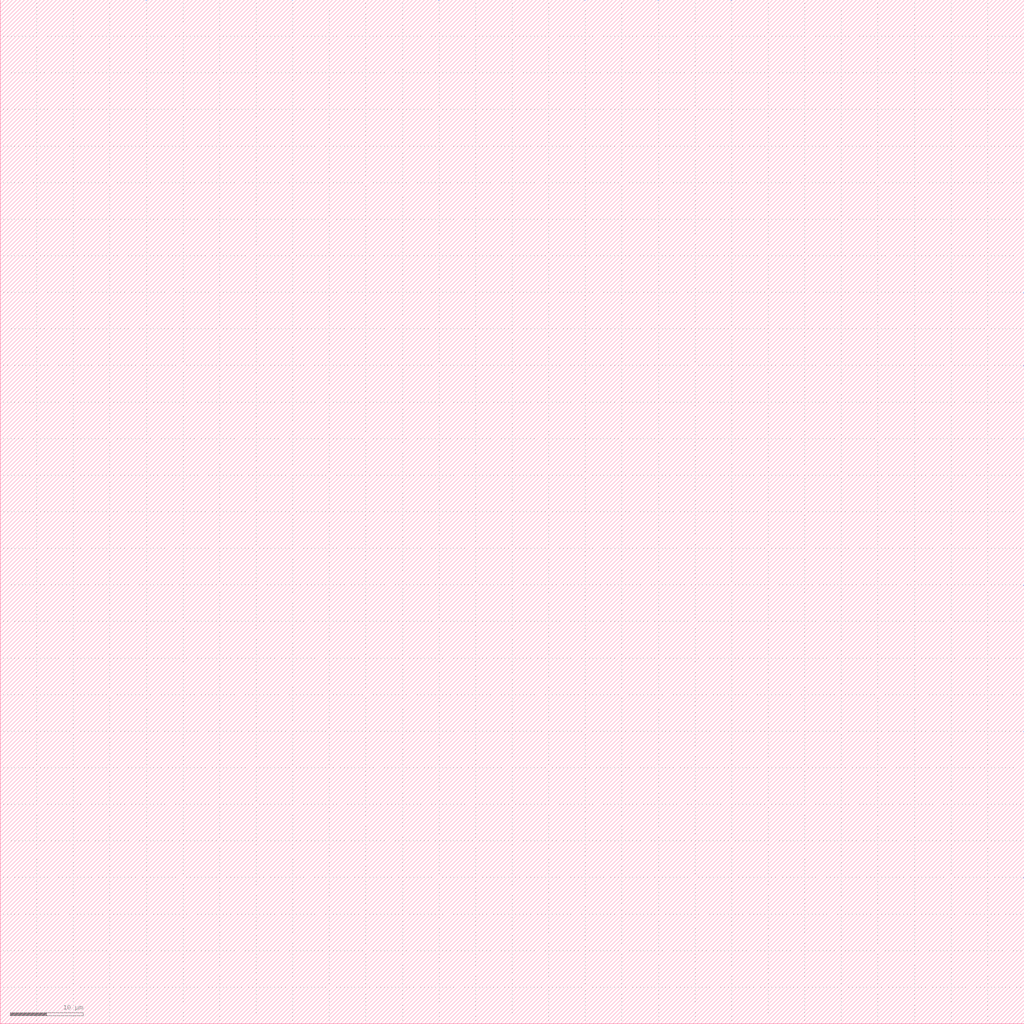
<source format=lef>
VERSION 5.8 ;

#NAMESCASESENSITIVE ON ;
USEMINSPACING OBS OFF ;
#BUSBITCHARS "[]" ;

# UNITS
# YBASE MICRON 1000 ;
# END UNITS

SITE IOSITE
  SYMMETRY Y ;
  CLASS PAD ;
  SIZE    1.000 BY 140.000 ;
END IOSITE

MACRO PAD
  CLASS PAD AREAIO ;
  ORIGIN 0 0 ;
  SIZE 45 BY 84 ;
  SYMMETRY X Y R90 ;
  PIN PAD
    DIRECTION INOUT ;
    PORT
      LAYER metal9 ;
        RECT 0 0 45 84 ;
    END
  END PAD
END PAD

MACRO DUMMY_BUMP
  CLASS PAD AREAIO ;
  ORIGIN 0 0 ;
  SIZE 45 BY 45 ;
  SYMMETRY X Y R90 ;
  PIN PAD
    DIRECTION INOUT ;
    PORT
      LAYER metal9 ;
        RECT 0.0 0.0 45.0 45.0 ;
    END
  END PAD
END DUMMY_BUMP

MACRO DUMMY_BUMP_large
  CLASS PAD AREAIO ;
  ORIGIN 35.5 35.5 ;
  SIZE 71 BY 71 ;
  SYMMETRY X Y R90 ;
  PIN PAD
    DIRECTION INOUT ;
    PORT
      LAYER metal9 ;
        RECT -35.5 -35.5 35.5 35.5 ;
    END
  END PAD
END DUMMY_BUMP_large

MACRO PADCELL_SIG_V
  CLASS PAD AREAIO ;
  ORIGIN 0 0 ;
  FOREIGN PADCELL_SIG_V 0 0 ;
  SIZE 25.0 BY 140 ;
  SYMMETRY X Y R90 ;
  SITE IOSITE ;
  PIN PAD 
    USE SIGNAL ;
    DIRECTION INOUT ;
    PORT
      CLASS CORE ;
      LAYER metal4 ;
        RECT 1.170 139.900 1.330 140.000 ;
    END
    PORT
      CLASS BUMP ;
      LAYER metal9 ;
        RECT 10.0 50.0 20.0 55.0 ;
    END
  END PAD
  PIN A
    USE SIGNAL ;
    DIRECTION INPUT ;
    PORT
      CLASS CORE ;
      LAYER metal4 ;
        RECT 13.170 139.900 13.330 140.000 ;
      LAYER metal5 ; 
        RECT 13.170 139.900 13.330 140.000 ;
      LAYER metal6 ; 
        RECT 13.170 139.900 13.330 140.000 ;
      LAYER metal7 ; 
        RECT 13.170 139.900 13.330 140.000 ;
      LAYER metal8 ;
        RECT 13.170 139.900 13.330 140.000 ;
      LAYER metal9 ;
        RECT 13.170 139.900 13.330 140.000 ;
    END
  END A
  PIN Y
    USE SIGNAL ;
    DIRECTION OUTPUT ;
    PORT
      CLASS CORE ;
      LAYER metal4 ;
        RECT 28.936 139.900 29.096 140.000 ;
      LAYER metal5 ;
        RECT 28.936 139.900 29.096 140.000 ;
      LAYER metal6 ;
        RECT 28.936 139.900 29.096 140.000 ;
      LAYER metal7 ;
        RECT 28.936 139.900 29.096 140.000 ;
      LAYER metal8 ;
        RECT 28.936 139.900 29.096 140.000 ;
      LAYER metal9 ;
        RECT 28.936 139.900 29.096 140.000 ;
    END
  END Y
  PIN PU
    USE SIGNAL ;
    DIRECTION OUTPUT ;
    PORT
      CLASS CORE ;
      LAYER metal4 ;
        RECT 15.170 139.900 15.330 140.000 ;
      LAYER metal5 ;
        RECT 15.170 139.900 15.330 140.000 ;
      LAYER metal6 ;
        RECT 15.170 139.900 15.330 140.000 ;
      LAYER metal7 ;
        RECT 15.170 139.900 15.330 140.000 ;
      LAYER metal8 ;
        RECT 15.170 139.900 15.330 140.000 ;
      LAYER metal9 ;
        RECT 15.170 139.900 15.330 140.000 ;
    END
  END PU
  PIN OE
    USE SIGNAL ;
    DIRECTION OUTPUT ;
    PORT
      CLASS CORE ;
      LAYER metal4 ;
        RECT 15.170 139.900 15.330 140.000 ;
      LAYER metal5 ;
        RECT 15.170 139.900 15.330 140.000 ;
      LAYER metal6 ;
        RECT 15.170 139.900 15.330 140.000 ;
      LAYER metal7 ;
        RECT 15.170 139.900 15.330 140.000 ;
      LAYER metal8 ;
        RECT 15.170 139.900 15.330 140.000 ;
      LAYER metal9 ;
        RECT 15.170 139.900 15.330 140.000 ;
    END
  END OE
  PIN RETN
    USE SIGNAL ;
    DIRECTION INPUT ;
    SHAPE ABUTMENT ;
    PORT 
      LAYER metal4 ;
        RECT  0.000  99.900  0.100 100.00 ;
      LAYER metal4 ;
        RECT 24.900  99.900 25.000 100.00 ;
    END
  END RETN
  PIN SNS
    USE SIGNAL ;
    DIRECTION INPUT ;
    SHAPE ABUTMENT ;
    PORT 
      LAYER metal4 ;
        RECT  0.000  89.900  0.100 90.00 ;
      LAYER metal4 ;
        RECT 24.900  89.900 25.000 90.00 ;
    END
  END SNS
  PIN VDD
    USE POWER ;
    PORT
      CLASS CORE ;
      LAYER metal4 ;
      RECT 0.000 20.0 0.100 21.0 ;
      LAYER metal4 ;
      RECT 24.90 20.0 25.00 21.0 ;
    END
  END VDD
  PIN VSS
    USE GROUND ;
    PORT
      CLASS CORE ;
      LAYER metal4 ;
      RECT 0.000 40.0 0.100 41.0 ;
      LAYER metal4 ;
      RECT 24.90 40.0 25.00 41.0 ;
    END
  END VSS
  PIN DVDD
    USE POWER ;
    PORT
      CLASS CORE ;
      LAYER metal4 ;
      RECT 0.000 60.0 0.100 61.0 ;
      LAYER metal4 ;
      RECT 24.90 60.0 25.00 61.0 ;
    END
  END DVDD
  PIN DVSS
    USE GROUND ;
    PORT
      CLASS CORE ;
      LAYER metal4 ;
      RECT 0.000 80.0 0.100 81.0 ;
      LAYER metal4 ;
      RECT 24.90 80.0 25.00 81.0 ;
    END
  END DVSS
END PADCELL_SIG_V

MACRO PADCELL_SIG_H
  CLASS PAD AREAIO ;
  ORIGIN 0 0 ;
  SIZE 25.0 BY 140 ;
  SYMMETRY X Y R90 ;
  PIN PAD 
    DIRECTION INOUT ;
    PORT
      LAYER metal9 ;
        RECT 10.0 50.0 20.0 55.0 ;
    END
  END PAD
  PIN A
    USE SIGNAL ;
    DIRECTION INPUT ;
    PORT
      CLASS CORE ;
      LAYER metal4 ;
        RECT 13.170 104.900 13.330 105.000 ;
      LAYER metal5 ; 
        RECT 13.170 104.900 13.330 105.000 ;
      LAYER metal6 ; 
        RECT 13.170 104.900 13.330 105.000 ;
      LAYER metal7 ; 
        RECT 13.170 104.900 13.330 105.000 ;
      LAYER metal8 ;
        RECT 13.170 104.900 13.330 105.000 ;
      LAYER metal9 ;
        RECT 13.170 104.900 13.330 105.000 ;
    END
  END A
  PIN Y
    USE SIGNAL ;
    DIRECTION OUTPUT ;
    PORT
      CLASS CORE ;
      LAYER metal4 ;
        RECT 28.936 104.900 29.096 105.000 ;
      LAYER metal5 ; 
        RECT 28.936 104.900 29.096 105.000 ;
      LAYER metal6 ; 
        RECT 28.936 104.900 29.096 105.000 ;
      LAYER metal7 ; 
        RECT 28.936 104.900 29.096 105.000 ;
      LAYER metal8 ; 
        RECT 28.936 104.900 29.096 105.000 ;
      LAYER metal9 ; 
        RECT 28.936 104.900 29.096 105.000 ;
    END
  END Y
  PIN PU
    USE SIGNAL ;
    DIRECTION OUTPUT ;
    PORT
      CLASS CORE ;
      LAYER metal4 ;
        RECT 15.170 139.900 15.330 140.000 ;
      LAYER metal5 ;
        RECT 15.170 139.900 15.330 140.000 ;
      LAYER metal6 ;
        RECT 15.170 139.900 15.330 140.000 ;
      LAYER metal7 ;
        RECT 15.170 139.900 15.330 140.000 ;
      LAYER metal8 ;
        RECT 15.170 139.900 15.330 140.000 ;
      LAYER metal9 ;
        RECT 15.170 139.900 15.330 140.000 ;
    END
  END PU
  PIN OE
    USE SIGNAL ;
    DIRECTION OUTPUT ;
    PORT
      CLASS CORE ;
      LAYER metal4 ;
        RECT 15.170 139.900 15.330 140.000 ;
      LAYER metal5 ;
        RECT 15.170 139.900 15.330 140.000 ;
      LAYER metal6 ;
        RECT 15.170 139.900 15.330 140.000 ;
      LAYER metal7 ;
        RECT 15.170 139.900 15.330 140.000 ;
      LAYER metal8 ;
        RECT 15.170 139.900 15.330 140.000 ;
      LAYER metal9 ;
        RECT 15.170 139.900 15.330 140.000 ;
    END
  END OE
  PIN RETN
    USE SIGNAL ;
    DIRECTION INPUT ;
    SHAPE ABUTMENT ;
    PORT 
      LAYER metal4 ;
        RECT  0.000  99.900  0.100 100.00 ;
      LAYER metal4 ;
        RECT 24.900  99.900 25.000 100.00 ;
    END
  END RETN
  PIN SNS
    USE SIGNAL ;
    DIRECTION INPUT ;
    SHAPE ABUTMENT ;
    PORT 
      LAYER metal4 ;
        RECT  0.000  89.900  0.100 90.00 ;
      LAYER metal4 ;
        RECT 24.900  89.900 25.000 90.00 ;
    END
  END SNS
  PIN VDD
    USE POWER ;
    PORT
      CLASS CORE ;
      LAYER metal4 ;
      RECT 0.000 20.0 0.100 21.0 ;
      LAYER metal4 ;
      RECT 24.90 20.0 25.00 21.0 ;
    END
  END VDD
  PIN VSS
    USE GROUND ;
    PORT
      CLASS CORE ;
      LAYER metal4 ;
      RECT 0.000 40.0 0.100 41.0 ;
      LAYER metal4 ;
      RECT 24.90 40.0 25.00 41.0 ;
    END
  END VSS
  PIN DVDD
    USE POWER ;
    PORT
      CLASS CORE ;
      LAYER metal4 ;
      RECT 0.000 60.0 0.100 61.0 ;
      LAYER metal4 ;
      RECT 24.90 60.0 25.00 61.0 ;
    END
  END DVDD
  PIN DVSS
    USE GROUND ;
    PORT
      CLASS CORE ;
      LAYER metal4 ;
      RECT 0.000 80.0 0.100 81.0 ;
      LAYER metal4 ;
      RECT 24.90 80.0 25.00 81.0 ;
    END
  END DVSS
END PADCELL_SIG_H

MACRO PADCELL_VDD_V
  CLASS PAD AREAIO ;
  ORIGIN 0 0 ;
  SIZE 25.0 BY 140 ;
  SYMMETRY X Y R90 ;
  PIN VDD
    DIRECTION INOUT ;
    USE POWER ;
    SHAPE ABUTMENT ;
    PORT
      CLASS BUMP ;
      LAYER metal9 ;
        RECT 10.0 50.0 20.0 55.0 ;
    END
    PORT
      CLASS CORE ;
      LAYER metal4 ;
      RECT 23.155 104.900 23.945 105.000 ;
      LAYER metal4 ;
      RECT 20.995 104.900 21.785 105.000 ;
      LAYER metal4 ;
      RECT 18.835 104.900 19.625 105.000 ;
      LAYER metal4 ;
      RECT 16.565 104.900 17.355 105.000 ;
      LAYER metal4 ;
      RECT 14.295 104.900 15.085 105.000 ;
      LAYER metal4 ;
      RECT 12.135 104.900 12.925 105.000 ;
      LAYER metal4 ;
      RECT 9.975 104.900 10.765 105.000 ;
      LAYER metal4 ;
      RECT 7.815 104.900 8.605 105.000 ;
      LAYER metal4 ;
      RECT 5.655 104.900 6.445 105.000 ;
      LAYER metal4 ;
      RECT 3.495 104.900 4.285 105.000 ;
      LAYER metal4 ;
      RECT 1.335 104.900 2.125 105.000 ;
      LAYER metal5 ;
      RECT 23.155 104.900 23.945 105.000 ;
      LAYER metal5 ;
      RECT 20.995 104.900 21.785 105.000 ;
      LAYER metal5 ;
      RECT 18.835 104.900 19.625 105.000 ;
      LAYER metal5 ;
      RECT 16.565 104.900 17.355 105.000 ;
      LAYER metal5 ;
      RECT 14.295 104.900 15.085 105.000 ;
      LAYER metal5 ;
      RECT 12.135 104.900 12.925 105.000 ;
      LAYER metal5 ;
      RECT 9.975 104.900 10.765 105.000 ;
      LAYER metal5 ;
      RECT 7.815 104.900 8.605 105.000 ;
      LAYER metal5 ;
      RECT 5.655 104.900 6.445 105.000 ;
      LAYER metal5 ;
      RECT 3.495 104.900 4.285 105.000 ;
      LAYER metal5 ;
      RECT 1.335 104.900 2.125 105.000 ;
      LAYER metal6 ;
      RECT 23.155 104.900 23.945 105.000 ;
      LAYER metal6 ;
      RECT 20.995 104.900 21.785 105.000 ;
      LAYER metal6 ;
      RECT 18.835 104.900 19.625 105.000 ;
      LAYER metal6 ;
      RECT 16.565 104.900 17.355 105.000 ;
      LAYER metal6 ;
      RECT 14.295 104.900 15.085 105.000 ;
      LAYER metal6 ;
      RECT 12.135 104.900 12.925 105.000 ;
      LAYER metal6 ;
      RECT 9.975 104.900 10.765 105.000 ;
      LAYER metal6 ;
      RECT 7.815 104.900 8.605 105.000 ;
      LAYER metal6 ;
      RECT 5.655 104.900 6.445 105.000 ;
      LAYER metal6 ;
      RECT 3.495 104.900 4.285 105.000 ;
      LAYER metal6 ;
      RECT 1.335 104.900 2.125 105.000 ;
      LAYER metal7 ;
      RECT 23.155 104.900 23.945 105.000 ;
      LAYER metal7 ;
      RECT 20.995 104.900 21.785 105.000 ;
      LAYER metal7 ;
      RECT 18.835 104.900 19.625 105.000 ;
      LAYER metal7 ;
      RECT 16.565 104.900 17.355 105.000 ;
      LAYER metal7 ;
      RECT 14.295 104.900 15.085 105.000 ;
      LAYER metal7 ;
      RECT 12.135 104.900 12.925 105.000 ;
      LAYER metal7 ;
      RECT 9.975 104.900 10.765 105.000 ;
      LAYER metal7 ;
      RECT 7.815 104.900 8.605 105.000 ;
      LAYER metal7 ;
      RECT 5.655 104.900 6.445 105.000 ;
      LAYER metal7 ;
      RECT 3.495 104.900 4.285 105.000 ;
      LAYER metal7 ;
      RECT 1.335 104.900 2.125 105.000 ;
      LAYER metal8 ;
      RECT 23.155 104.900 23.945 105.000 ;
      LAYER metal8 ;
      RECT 20.995 104.900 21.785 105.000 ;
      LAYER metal8 ;
      RECT 18.835 104.900 19.625 105.000 ;
      LAYER metal8 ;
      RECT 16.565 104.900 17.355 105.000 ;
      LAYER metal8 ;
      RECT 14.295 104.900 15.085 105.000 ;
      LAYER metal8 ;
      RECT 12.135 104.900 12.925 105.000 ;
      LAYER metal8 ;
      RECT 9.975 104.900 10.765 105.000 ;
      LAYER metal8 ;
      RECT 7.815 104.900 8.605 105.000 ;
      LAYER metal8 ;
      RECT 5.655 104.900 6.445 105.000 ;
      LAYER metal8 ;
      RECT 3.495 104.900 4.285 105.000 ;
      LAYER metal8 ;
      RECT 1.335 104.900 2.125 105.000 ;
      LAYER metal9 ;
      RECT 23.155 104.900 23.945 105.000 ;
      LAYER metal9 ;
      RECT 20.995 104.900 21.785 105.000 ;
      LAYER metal9 ;
      RECT 18.835 104.900 19.625 105.000 ;
      LAYER metal9 ;
      RECT 16.565 104.900 17.355 105.000 ;
      LAYER metal9 ;
      RECT 14.295 104.900 15.085 105.000 ;
      LAYER metal9 ;
      RECT 12.135 104.900 12.925 105.000 ;
      LAYER metal9 ;
      RECT 9.975 104.900 10.765 105.000 ;
      LAYER metal9 ;
      RECT 7.815 104.900 8.605 105.000 ;
      LAYER metal9 ;
      RECT 5.655 104.900 6.445 105.000 ;
      LAYER metal9 ;
      RECT 3.495 104.900 4.285 105.000 ;
      LAYER metal9 ;
      RECT 1.335 104.900 2.125 105.000 ;
      LAYER metal4 ;
      RECT 0.000 20.0 0.100 21.0 ;
      LAYER metal4 ;
      RECT 24.90 20.0 25.00 21.0 ;
    END
  END VDD
  PIN VSS
    USE GROUND ;
    PORT
      CLASS CORE ;
      LAYER metal4 ;
      RECT 0.000 40.0 0.100 41.0 ;
      LAYER metal4 ;
      RECT 24.90 40.0 25.00 41.0 ;
    END
  END VSS
  PIN DVDD
    USE POWER ;
    PORT
      CLASS CORE ;
      LAYER metal4 ;
      RECT 0.000 60.0 0.100 61.0 ;
      LAYER metal4 ;
      RECT 24.90 60.0 25.00 61.0 ;
    END
  END DVDD
  PIN DVSS
    USE GROUND ;
    PORT
      CLASS CORE ;
      LAYER metal4 ;
      RECT 0.000 80.0 0.100 81.0 ;
      LAYER metal4 ;
      RECT 24.90 80.0 25.00 81.0 ;
    END
  END DVSS
  PIN RETN
    USE SIGNAL ;
    DIRECTION INPUT ;
    SHAPE ABUTMENT ;
    PORT 
      LAYER metal4 ;
        RECT  0.000  99.900  0.100 100.00 ;
      LAYER metal4 ;
        RECT 24.900  99.900 25.000 100.00 ;
    END
  END RETN
  PIN SNS
    USE SIGNAL ;
    DIRECTION INPUT ;
    SHAPE ABUTMENT ;
    PORT 
      LAYER metal4 ;
        RECT  0.000  89.900  0.100 90.00 ;
      LAYER metal4 ;
        RECT 24.900  89.900 25.000 90.00 ;
    END
  END SNS
END PADCELL_VDD_V

MACRO PADCELL_VDD_H
  CLASS PAD AREAIO ;
  ORIGIN 0 0 ;
  SIZE 25.0 BY 140 ;
  SYMMETRY X Y R90 ;
  PIN VDD
    DIRECTION INOUT ;
    USE POWER ;
    SHAPE ABUTMENT ;
    PORT
      CLASS BUMP ;
      LAYER metal9 ;
        RECT 10.0 50.0 20.0 55.0 ;
    END
    PORT
      CLASS CORE ;
      LAYER metal4 ;
      RECT 23.155 104.900 23.945 105.000 ;
      LAYER metal4 ;
      RECT 20.995 104.900 21.785 105.000 ;
      LAYER metal4 ;
      RECT 18.835 104.900 19.625 105.000 ;
      LAYER metal4 ;
      RECT 16.565 104.900 17.355 105.000 ;
      LAYER metal4 ;
      RECT 14.295 104.900 15.085 105.000 ;
      LAYER metal4 ;
      RECT 12.135 104.900 12.925 105.000 ;
      LAYER metal4 ;
      RECT 9.975 104.900 10.765 105.000 ;
      LAYER metal4 ;
      RECT 7.815 104.900 8.605 105.000 ;
      LAYER metal4 ;
      RECT 5.655 104.900 6.445 105.000 ;
      LAYER metal4 ;
      RECT 3.495 104.900 4.285 105.000 ;
      LAYER metal4 ;
      RECT 1.335 104.900 2.125 105.000 ;
      LAYER metal5 ;
      RECT 23.155 104.900 23.945 105.000 ;
      LAYER metal5 ;
      RECT 20.995 104.900 21.785 105.000 ;
      LAYER metal5 ;
      RECT 18.835 104.900 19.625 105.000 ;
      LAYER metal5 ;
      RECT 16.565 104.900 17.355 105.000 ;
      LAYER metal5 ;
      RECT 14.295 104.900 15.085 105.000 ;
      LAYER metal5 ;
      RECT 12.135 104.900 12.925 105.000 ;
      LAYER metal5 ;
      RECT 9.975 104.900 10.765 105.000 ;
      LAYER metal5 ;
      RECT 7.815 104.900 8.605 105.000 ;
      LAYER metal5 ;
      RECT 5.655 104.900 6.445 105.000 ;
      LAYER metal5 ;
      RECT 3.495 104.900 4.285 105.000 ;
      LAYER metal5 ;
      RECT 1.335 104.900 2.125 105.000 ;
      LAYER metal6 ;
      RECT 23.155 104.900 23.945 105.000 ;
      LAYER metal6 ;
      RECT 20.995 104.900 21.785 105.000 ;
      LAYER metal6 ;
      RECT 18.835 104.900 19.625 105.000 ;
      LAYER metal6 ;
      RECT 16.565 104.900 17.355 105.000 ;
      LAYER metal6 ;
      RECT 14.295 104.900 15.085 105.000 ;
      LAYER metal6 ;
      RECT 12.135 104.900 12.925 105.000 ;
      LAYER metal6 ;
      RECT 9.975 104.900 10.765 105.000 ;
      LAYER metal6 ;
      RECT 7.815 104.900 8.605 105.000 ;
      LAYER metal6 ;
      RECT 5.655 104.900 6.445 105.000 ;
      LAYER metal6 ;
      RECT 3.495 104.900 4.285 105.000 ;
      LAYER metal6 ;
      RECT 1.335 104.900 2.125 105.000 ;
      LAYER metal7 ;
      RECT 23.155 104.900 23.945 105.000 ;
      LAYER metal7 ;
      RECT 20.995 104.900 21.785 105.000 ;
      LAYER metal7 ;
      RECT 18.835 104.900 19.625 105.000 ;
      LAYER metal7 ;
      RECT 16.565 104.900 17.355 105.000 ;
      LAYER metal7 ;
      RECT 14.295 104.900 15.085 105.000 ;
      LAYER metal7 ;
      RECT 12.135 104.900 12.925 105.000 ;
      LAYER metal7 ;
      RECT 9.975 104.900 10.765 105.000 ;
      LAYER metal7 ;
      RECT 7.815 104.900 8.605 105.000 ;
      LAYER metal7 ;
      RECT 5.655 104.900 6.445 105.000 ;
      LAYER metal7 ;
      RECT 3.495 104.900 4.285 105.000 ;
      LAYER metal7 ;
      RECT 1.335 104.900 2.125 105.000 ;
      LAYER metal8 ;
      RECT 23.155 104.900 23.945 105.000 ;
      LAYER metal8 ;
      RECT 20.995 104.900 21.785 105.000 ;
      LAYER metal8 ;
      RECT 18.835 104.900 19.625 105.000 ;
      LAYER metal8 ;
      RECT 16.565 104.900 17.355 105.000 ;
      LAYER metal8 ;
      RECT 14.295 104.900 15.085 105.000 ;
      LAYER metal8 ;
      RECT 12.135 104.900 12.925 105.000 ;
      LAYER metal8 ;
      RECT 9.975 104.900 10.765 105.000 ;
      LAYER metal8 ;
      RECT 7.815 104.900 8.605 105.000 ;
      LAYER metal8 ;
      RECT 5.655 104.900 6.445 105.000 ;
      LAYER metal8 ;
      RECT 3.495 104.900 4.285 105.000 ;
      LAYER metal8 ;
      RECT 1.335 104.900 2.125 105.000 ;
      LAYER metal9 ;
      RECT 23.155 104.900 23.945 105.000 ;
      LAYER metal9 ;
      RECT 20.995 104.900 21.785 105.000 ;
      LAYER metal9 ;
      RECT 18.835 104.900 19.625 105.000 ;
      LAYER metal9 ;
      RECT 16.565 104.900 17.355 105.000 ;
      LAYER metal9 ;
      RECT 14.295 104.900 15.085 105.000 ;
      LAYER metal9 ;
      RECT 12.135 104.900 12.925 105.000 ;
      LAYER metal9 ;
      RECT 9.975 104.900 10.765 105.000 ;
      LAYER metal9 ;
      RECT 7.815 104.900 8.605 105.000 ;
      LAYER metal9 ;
      RECT 5.655 104.900 6.445 105.000 ;
      LAYER metal9 ;
      RECT 3.495 104.900 4.285 105.000 ;
      LAYER metal9 ;
      RECT 1.335 104.900 2.125 105.000 ;
      LAYER metal4 ;
      RECT 0.000 20.0 0.100 21.0 ;
      LAYER metal4 ;
      RECT 24.90 20.0 25.00 21.0 ;
    END
  END VDD
  PIN VSS
    USE GROUND ;
    PORT
      CLASS CORE ;
      LAYER metal4 ;
      RECT 0.000 40.0 0.100 41.0 ;
      LAYER metal4 ;
      RECT 24.90 40.0 25.00 41.0 ;
    END
  END VSS
  PIN DVDD
    USE POWER ;
    PORT
      CLASS CORE ;
      LAYER metal4 ;
      RECT 0.000 60.0 0.100 61.0 ;
      LAYER metal4 ;
      RECT 24.90 60.0 25.00 61.0 ;
    END
  END DVDD
  PIN DVSS
    USE GROUND ;
    PORT
      CLASS CORE ;
      LAYER metal4 ;
      RECT 0.000 80.0 0.100 81.0 ;
      LAYER metal4 ;
      RECT 24.90 80.0 25.00 81.0 ;
    END
  END DVSS
  PIN RETN
    USE SIGNAL ;
    DIRECTION INPUT ;
    SHAPE ABUTMENT ;
    PORT 
      LAYER metal4 ;
        RECT  0.000  99.900  0.100 100.00 ;
      LAYER metal4 ;
        RECT 24.900  99.900 25.000 100.00 ;
    END
  END RETN
  PIN SNS
    USE SIGNAL ;
    DIRECTION INPUT ;
    SHAPE ABUTMENT ;
    PORT 
      LAYER metal4 ;
        RECT  0.000  89.900  0.100 90.00 ;
      LAYER metal4 ;
        RECT 24.900  89.900 25.000 90.00 ;
    END
  END SNS
END PADCELL_VDD_H

MACRO PADCELL_VSS_H
  CLASS PAD AREAIO ;
  ORIGIN 0 0 ;
  SIZE 25.0 BY 140 ;
  SYMMETRY X Y R90 ;
  PIN VSS
    DIRECTION INOUT ;
    USE GROUND ;
    SHAPE ABUTMENT ;
    PORT
      CLASS BUMP ;
      LAYER metal9 ;
        RECT 10.0 50.0 20.0 55.0 ;
    END
    PORT
      CLASS CORE ;
      LAYER metal4 ;
      RECT 23.155 104.900 23.945 105.000 ;
      LAYER metal4 ;
      RECT 20.995 104.900 21.785 105.000 ;
      LAYER metal4 ;
      RECT 18.835 104.900 19.625 105.000 ;
      LAYER metal4 ;
      RECT 16.565 104.900 17.355 105.000 ;
      LAYER metal4 ;
      RECT 14.295 104.900 15.085 105.000 ;
      LAYER metal4 ;
      RECT 12.135 104.900 12.925 105.000 ;
      LAYER metal4 ;
      RECT 9.975 104.900 10.765 105.000 ;
      LAYER metal4 ;
      RECT 7.815 104.900 8.605 105.000 ;
      LAYER metal4 ;
      RECT 5.655 104.900 6.445 105.000 ;
      LAYER metal4 ;
      RECT 3.495 104.900 4.285 105.000 ;
      LAYER metal4 ;
      RECT 1.335 104.900 2.125 105.000 ;
      LAYER metal5 ;
      RECT 23.155 104.900 23.945 105.000 ;
      LAYER metal5 ;
      RECT 20.995 104.900 21.785 105.000 ;
      LAYER metal5 ;
      RECT 18.835 104.900 19.625 105.000 ;
      LAYER metal5 ;
      RECT 16.565 104.900 17.355 105.000 ;
      LAYER metal5 ;
      RECT 14.295 104.900 15.085 105.000 ;
      LAYER metal5 ;
      RECT 12.135 104.900 12.925 105.000 ;
      LAYER metal5 ;
      RECT 9.975 104.900 10.765 105.000 ;
      LAYER metal5 ;
      RECT 7.815 104.900 8.605 105.000 ;
      LAYER metal5 ;
      RECT 5.655 104.900 6.445 105.000 ;
      LAYER metal5 ;
      RECT 3.495 104.900 4.285 105.000 ;
      LAYER metal5 ;
      RECT 1.335 104.900 2.125 105.000 ;
      LAYER metal6 ;
      RECT 23.155 104.900 23.945 105.000 ;
      LAYER metal6 ;
      RECT 20.995 104.900 21.785 105.000 ;
      LAYER metal6 ;
      RECT 18.835 104.900 19.625 105.000 ;
      LAYER metal6 ;
      RECT 16.565 104.900 17.355 105.000 ;
      LAYER metal6 ;
      RECT 14.295 104.900 15.085 105.000 ;
      LAYER metal6 ;
      RECT 12.135 104.900 12.925 105.000 ;
      LAYER metal6 ;
      RECT 9.975 104.900 10.765 105.000 ;
      LAYER metal6 ;
      RECT 7.815 104.900 8.605 105.000 ;
      LAYER metal6 ;
      RECT 5.655 104.900 6.445 105.000 ;
      LAYER metal6 ;
      RECT 3.495 104.900 4.285 105.000 ;
      LAYER metal6 ;
      RECT 1.335 104.900 2.125 105.000 ;
      LAYER metal7 ;
      RECT 23.155 104.900 23.945 105.000 ;
      LAYER metal7 ;
      RECT 20.995 104.900 21.785 105.000 ;
      LAYER metal7 ;
      RECT 18.835 104.900 19.625 105.000 ;
      LAYER metal7 ;
      RECT 16.565 104.900 17.355 105.000 ;
      LAYER metal7 ;
      RECT 14.295 104.900 15.085 105.000 ;
      LAYER metal7 ;
      RECT 12.135 104.900 12.925 105.000 ;
      LAYER metal7 ;
      RECT 9.975 104.900 10.765 105.000 ;
      LAYER metal7 ;
      RECT 7.815 104.900 8.605 105.000 ;
      LAYER metal7 ;
      RECT 5.655 104.900 6.445 105.000 ;
      LAYER metal7 ;
      RECT 3.495 104.900 4.285 105.000 ;
      LAYER metal7 ;
      RECT 1.335 104.900 2.125 105.000 ;
      LAYER metal8 ;
      RECT 23.155 104.900 23.945 105.000 ;
      LAYER metal8 ;
      RECT 20.995 104.900 21.785 105.000 ;
      LAYER metal8 ;
      RECT 18.835 104.900 19.625 105.000 ;
      LAYER metal8 ;
      RECT 16.565 104.900 17.355 105.000 ;
      LAYER metal8 ;
      RECT 14.295 104.900 15.085 105.000 ;
      LAYER metal8 ;
      RECT 12.135 104.900 12.925 105.000 ;
      LAYER metal8 ;
      RECT 9.975 104.900 10.765 105.000 ;
      LAYER metal8 ;
      RECT 7.815 104.900 8.605 105.000 ;
      LAYER metal8 ;
      RECT 5.655 104.900 6.445 105.000 ;
      LAYER metal8 ;
      RECT 3.495 104.900 4.285 105.000 ;
      LAYER metal8 ;
      RECT 1.335 104.900 2.125 105.000 ;
      LAYER metal9 ;
      RECT 23.155 104.900 23.945 105.000 ;
      LAYER metal9 ;
      RECT 20.995 104.900 21.785 105.000 ;
      LAYER metal9 ;
      RECT 18.835 104.900 19.625 105.000 ;
      LAYER metal9 ;
      RECT 16.565 104.900 17.355 105.000 ;
      LAYER metal9 ;
      RECT 14.295 104.900 15.085 105.000 ;
      LAYER metal9 ;
      RECT 12.135 104.900 12.925 105.000 ;
      LAYER metal9 ;
      RECT 9.975 104.900 10.765 105.000 ;
      LAYER metal9 ;
      RECT 7.815 104.900 8.605 105.000 ;
      LAYER metal9 ;
      RECT 5.655 104.900 6.445 105.000 ;
      LAYER metal9 ;
      RECT 3.495 104.900 4.285 105.000 ;
      LAYER metal9 ;
      RECT 1.335 104.900 2.125 105.000 ;
      LAYER metal4 ;
      RECT 0.000 40.0 0.100 41.0 ;
      LAYER metal4 ;
      RECT 24.90 40.0 25.00 41.0 ;
    END
  END VSS
  PIN VDD
    USE POWER ;
    PORT
      CLASS CORE ;
      LAYER metal4 ;
      RECT 0.000 20.0 0.100 21.0 ;
      LAYER metal4 ;
      RECT 24.90 20.0 25.00 21.0 ;
    END
  END VDD
  PIN DVDD
    USE POWER ;
    PORT
      CLASS CORE ;
      LAYER metal4 ;
      RECT 0.000 60.0 0.100 61.0 ;
      LAYER metal4 ;
      RECT 24.90 60.0 25.00 61.0 ;
    END
  END DVDD
  PIN DVSS
    USE GROUND ;
    PORT
      CLASS CORE ;
      LAYER metal4 ;
      RECT 0.000 80.0 0.100 81.0 ;
      LAYER metal4 ;
      RECT 24.90 80.0 25.00 81.0 ;
    END
  END DVSS
  PIN RETN
    USE SIGNAL ;
    DIRECTION INPUT ;
    SHAPE ABUTMENT ;
    PORT 
      LAYER metal4 ;
        RECT  0.000  99.900  0.100 100.00 ;
      LAYER metal4 ;
        RECT 24.900  99.900 25.000 100.00 ;
    END
  END RETN
  PIN SNS
    USE SIGNAL ;
    DIRECTION INPUT ;
    SHAPE ABUTMENT ;
    PORT 
      LAYER metal4 ;
        RECT  0.000  89.900  0.100 90.00 ;
      LAYER metal4 ;
        RECT 24.900  89.900 25.000 90.00 ;
    END
  END SNS
END PADCELL_VSS_H

MACRO PADCELL_VSS_V
  CLASS PAD AREAIO ;
  ORIGIN 0 0 ;
  SIZE 25.0 BY 140 ;
  SYMMETRY X Y R90 ;
  PIN VSS
    DIRECTION INOUT ;
    USE GROUND ;
    SHAPE ABUTMENT ;
    PORT
      CLASS BUMP ;
      LAYER metal9 ;
        RECT 10.0 50.0 20.0 55.0 ;
    END
    PORT
      CLASS CORE ;
      LAYER metal4 ;
      RECT 23.155 104.900 23.945 105.000 ;
      LAYER metal4 ;
      RECT 20.995 104.900 21.785 105.000 ;
      LAYER metal4 ;
      RECT 18.835 104.900 19.625 105.000 ;
      LAYER metal4 ;
      RECT 16.565 104.900 17.355 105.000 ;
      LAYER metal4 ;
      RECT 14.295 104.900 15.085 105.000 ;
      LAYER metal4 ;
      RECT 12.135 104.900 12.925 105.000 ;
      LAYER metal4 ;
      RECT 9.975 104.900 10.765 105.000 ;
      LAYER metal4 ;
      RECT 7.815 104.900 8.605 105.000 ;
      LAYER metal4 ;
      RECT 5.655 104.900 6.445 105.000 ;
      LAYER metal4 ;
      RECT 3.495 104.900 4.285 105.000 ;
      LAYER metal4 ;
      RECT 1.335 104.900 2.125 105.000 ;
      LAYER metal5 ;
      RECT 23.155 104.900 23.945 105.000 ;
      LAYER metal5 ;
      RECT 20.995 104.900 21.785 105.000 ;
      LAYER metal5 ;
      RECT 18.835 104.900 19.625 105.000 ;
      LAYER metal5 ;
      RECT 16.565 104.900 17.355 105.000 ;
      LAYER metal5 ;
      RECT 14.295 104.900 15.085 105.000 ;
      LAYER metal5 ;
      RECT 12.135 104.900 12.925 105.000 ;
      LAYER metal5 ;
      RECT 9.975 104.900 10.765 105.000 ;
      LAYER metal5 ;
      RECT 7.815 104.900 8.605 105.000 ;
      LAYER metal5 ;
      RECT 5.655 104.900 6.445 105.000 ;
      LAYER metal5 ;
      RECT 3.495 104.900 4.285 105.000 ;
      LAYER metal5 ;
      RECT 1.335 104.900 2.125 105.000 ;
      LAYER metal6 ;
      RECT 23.155 104.900 23.945 105.000 ;
      LAYER metal6 ;
      RECT 20.995 104.900 21.785 105.000 ;
      LAYER metal6 ;
      RECT 18.835 104.900 19.625 105.000 ;
      LAYER metal6 ;
      RECT 16.565 104.900 17.355 105.000 ;
      LAYER metal6 ;
      RECT 14.295 104.900 15.085 105.000 ;
      LAYER metal6 ;
      RECT 12.135 104.900 12.925 105.000 ;
      LAYER metal6 ;
      RECT 9.975 104.900 10.765 105.000 ;
      LAYER metal6 ;
      RECT 7.815 104.900 8.605 105.000 ;
      LAYER metal6 ;
      RECT 5.655 104.900 6.445 105.000 ;
      LAYER metal6 ;
      RECT 3.495 104.900 4.285 105.000 ;
      LAYER metal6 ;
      RECT 1.335 104.900 2.125 105.000 ;
      LAYER metal7 ;
      RECT 23.155 104.900 23.945 105.000 ;
      LAYER metal7 ;
      RECT 20.995 104.900 21.785 105.000 ;
      LAYER metal7 ;
      RECT 18.835 104.900 19.625 105.000 ;
      LAYER metal7 ;
      RECT 16.565 104.900 17.355 105.000 ;
      LAYER metal7 ;
      RECT 14.295 104.900 15.085 105.000 ;
      LAYER metal7 ;
      RECT 12.135 104.900 12.925 105.000 ;
      LAYER metal7 ;
      RECT 9.975 104.900 10.765 105.000 ;
      LAYER metal7 ;
      RECT 7.815 104.900 8.605 105.000 ;
      LAYER metal7 ;
      RECT 5.655 104.900 6.445 105.000 ;
      LAYER metal7 ;
      RECT 3.495 104.900 4.285 105.000 ;
      LAYER metal7 ;
      RECT 1.335 104.900 2.125 105.000 ;
      LAYER metal8 ;
      RECT 23.155 104.900 23.945 105.000 ;
      LAYER metal8 ;
      RECT 20.995 104.900 21.785 105.000 ;
      LAYER metal8 ;
      RECT 18.835 104.900 19.625 105.000 ;
      LAYER metal8 ;
      RECT 16.565 104.900 17.355 105.000 ;
      LAYER metal8 ;
      RECT 14.295 104.900 15.085 105.000 ;
      LAYER metal8 ;
      RECT 12.135 104.900 12.925 105.000 ;
      LAYER metal8 ;
      RECT 9.975 104.900 10.765 105.000 ;
      LAYER metal8 ;
      RECT 7.815 104.900 8.605 105.000 ;
      LAYER metal8 ;
      RECT 5.655 104.900 6.445 105.000 ;
      LAYER metal8 ;
      RECT 3.495 104.900 4.285 105.000 ;
      LAYER metal8 ;
      RECT 1.335 104.900 2.125 105.000 ;
      LAYER metal9 ;
      RECT 23.155 104.900 23.945 105.000 ;
      LAYER metal9 ;
      RECT 20.995 104.900 21.785 105.000 ;
      LAYER metal9 ;
      RECT 18.835 104.900 19.625 105.000 ;
      LAYER metal9 ;
      RECT 16.565 104.900 17.355 105.000 ;
      LAYER metal9 ;
      RECT 14.295 104.900 15.085 105.000 ;
      LAYER metal9 ;
      RECT 12.135 104.900 12.925 105.000 ;
      LAYER metal9 ;
      RECT 9.975 104.900 10.765 105.000 ;
      LAYER metal9 ;
      RECT 7.815 104.900 8.605 105.000 ;
      LAYER metal9 ;
      RECT 5.655 104.900 6.445 105.000 ;
      LAYER metal9 ;
      RECT 3.495 104.900 4.285 105.000 ;
      LAYER metal9 ;
      RECT 1.335 104.900 2.125 105.000 ;
      LAYER metal4 ;
      RECT 0.000 40.0 0.100 41.0 ;
      LAYER metal4 ;
      RECT 24.90 40.0 25.00 41.0 ;
    END
  END VSS
  PIN VDD
    USE POWER ;
    PORT
      CLASS CORE ;
      LAYER metal4 ;
      RECT 0.000 20.0 0.100 21.0 ;
      LAYER metal4 ;
      RECT 24.90 20.0 25.00 21.0 ;
    END
  END VDD
  PIN DVDD
    USE POWER ;
    PORT
      CLASS CORE ;
      LAYER metal4 ;
      RECT 0.000 60.0 0.100 61.0 ;
      LAYER metal4 ;
      RECT 24.90 60.0 25.00 61.0 ;
    END
  END DVDD
  PIN DVSS
    USE GROUND ;
    PORT
      CLASS CORE ;
      LAYER metal4 ;
      RECT 0.000 80.0 0.100 81.0 ;
      LAYER metal4 ;
      RECT 24.90 80.0 25.00 81.0 ;
    END
  END DVSS
  PIN RETN
    USE SIGNAL ;
    DIRECTION INPUT ;
    SHAPE ABUTMENT ;
    PORT 
      LAYER metal4 ;
        RECT  0.000  99.900  0.100 100.00 ;
      LAYER metal4 ;
        RECT 24.900  99.900 25.000 100.00 ;
    END
  END RETN
  PIN SNS
    USE SIGNAL ;
    DIRECTION INPUT ;
    SHAPE ABUTMENT ;
    PORT 
      LAYER metal4 ;
        RECT  0.000  89.900  0.100 90.00 ;
      LAYER metal4 ;
        RECT 24.900  89.900 25.000 90.00 ;
    END
  END SNS
END PADCELL_VSS_V

MACRO PADCELL_VDDIO_H
  CLASS PAD AREAIO ;
  ORIGIN 0 0 ;
  SIZE 25.0 BY 140 ;
  SYMMETRY X Y R90 ;
  PIN DVDD
    DIRECTION INOUT ;
    USE POWER ;
    SHAPE ABUTMENT ;
    PORT
      CLASS BUMP ;
      LAYER metal9 ;
        RECT 10.0 50.0 20.0 55.0 ;
    END
    PORT
      CLASS CORE ;
      LAYER metal4 ;
      RECT 0.000 60.0 0.100 61.0 ;
      LAYER metal4 ;
      RECT 24.90 60.0 25.00 61.0 ;
    END
  END DVDD
  PIN VDD
    USE POWER ;
    PORT
      CLASS CORE ;
      LAYER metal4 ;
      RECT 0.000 20.0 0.100 21.0 ;
      LAYER metal4 ;
      RECT 24.90 20.0 25.00 21.0 ;
    END
  END VDD
  PIN VSS
    USE GROUND ;
    PORT
      CLASS CORE ;
      LAYER metal4 ;
      RECT 0.000 40.0 0.100 41.0 ;
      LAYER metal4 ;
      RECT 24.90 40.0 25.00 41.0 ;
    END
  END VSS
  PIN DVSS
    USE GROUND ;
    PORT
      CLASS CORE ;
      LAYER metal4 ;
      RECT 0.000 80.0 0.100 81.0 ;
      LAYER metal4 ;
      RECT 24.90 80.0 25.00 81.0 ;
    END
  END DVSS
  PIN RETN
    USE SIGNAL ;
    DIRECTION INPUT ;
    SHAPE ABUTMENT ;
    PORT 
      LAYER metal4 ;
        RECT  0.000  99.900  0.100 100.00 ;
      LAYER metal4 ;
        RECT 24.900  99.900 25.000 100.00 ;
    END
  END RETN
  PIN SNS
    USE SIGNAL ;
    DIRECTION INPUT ;
    SHAPE ABUTMENT ;
    PORT 
      LAYER metal4 ;
        RECT  0.000  89.900  0.100 90.00 ;
      LAYER metal4 ;
        RECT 24.900  89.900 25.000 90.00 ;
    END
  END SNS
END PADCELL_VDDIO_H

MACRO PADCELL_VDDIO_V
  CLASS PAD AREAIO ;
  ORIGIN 0 0 ;
  SIZE 25.0 BY 140 ;
  SYMMETRY X Y R90 ;
  PIN DVDD
    DIRECTION INOUT ;
    USE POWER ;
    SHAPE ABUTMENT ;
    PORT
      CLASS BUMP ;
      LAYER metal9 ;
        RECT 10.0 50.0 20.0 55.0 ;
    END
    PORT
      CLASS CORE ;
      LAYER metal4 ;
      RECT 0.000 60.0 0.100 61.0 ;
      LAYER metal4 ;
      RECT 24.90 60.0 25.00 61.0 ;
    END
  END DVDD
  PIN VDD
    USE POWER ;
    PORT
      CLASS CORE ;
      LAYER metal4 ;
      RECT 0.000 20.0 0.100 21.0 ;
      LAYER metal4 ;
      RECT 24.90 20.0 25.00 21.0 ;
    END
  END VDD
  PIN VSS
    USE GROUND ;
    PORT
      CLASS CORE ;
      LAYER metal4 ;
      RECT 0.000 40.0 0.100 41.0 ;
      LAYER metal4 ;
      RECT 24.90 40.0 25.00 41.0 ;
    END
  END VSS
  PIN DVSS
    USE GROUND ;
    PORT
      CLASS CORE ;
      LAYER metal4 ;
      RECT 0.000 80.0 0.100 81.0 ;
      LAYER metal4 ;
      RECT 24.90 80.0 25.00 81.0 ;
    END
  END DVSS
  PIN RETN
    USE SIGNAL ;
    DIRECTION INPUT ;
    SHAPE ABUTMENT ;
    PORT 
      LAYER metal4 ;
        RECT  0.000  99.900  0.100 100.00 ;
      LAYER metal4 ;
        RECT 24.900  99.900 25.000 100.00 ;
    END
  END RETN
  PIN SNS
    USE SIGNAL ;
    DIRECTION INPUT ;
    SHAPE ABUTMENT ;
    PORT 
      LAYER metal4 ;
        RECT  0.000  89.900  0.100 90.00 ;
      LAYER metal4 ;
        RECT 24.900  89.900 25.000 90.00 ;
    END
  END SNS
END PADCELL_VDDIO_V

MACRO PADCELL_VSSIO_H
  CLASS PAD AREAIO ;
  ORIGIN 0 0 ;
  SIZE 25.0 BY 140 ;
  SYMMETRY X Y R90 ;
  PIN DVSS
    DIRECTION INOUT ;
    USE GROUND ;
    SHAPE ABUTMENT ;
    PORT
      CLASS BUMP ;
      LAYER metal9 ;
        RECT 10.0 50.0 20.0 55.0 ;
    END
    PORT
      CLASS CORE ;
      LAYER metal4 ;
      RECT 0.000 80.0 0.100 81.0 ;
      LAYER metal4 ;
      RECT 24.90 80.0 25.00 81.0 ;
    END
  END DVSS
  PIN VDD
    USE POWER ;
    PORT
      CLASS CORE ;
      LAYER metal4 ;
      RECT 0.000 20.0 0.100 21.0 ;
      LAYER metal4 ;
      RECT 24.90 20.0 25.00 21.0 ;
    END
  END VDD
  PIN VSS
    USE GROUND ;
    PORT
      CLASS CORE ;
      LAYER metal4 ;
      RECT 0.000 40.0 0.100 41.0 ;
      LAYER metal4 ;
      RECT 24.90 40.0 25.00 41.0 ;
    END
  END VSS
  PIN DVDD
    USE GROUND ;
    PORT
      CLASS CORE ;
      LAYER metal4 ;
      RECT 0.000 60.0 0.100 61.0 ;
      LAYER metal4 ;
      RECT 24.90 60.0 25.00 61.0 ;
    END
  END DVDD
  PIN RETN
    USE SIGNAL ;
    DIRECTION INPUT ;
    SHAPE ABUTMENT ;
    PORT 
      LAYER metal4 ;
        RECT  0.000  99.900  0.100 100.00 ;
      LAYER metal4 ;
        RECT 24.900  99.900 25.000 100.00 ;
    END
  END RETN
  PIN SNS
    USE SIGNAL ;
    DIRECTION INPUT ;
    SHAPE ABUTMENT ;
    PORT 
      LAYER metal4 ;
        RECT  0.000  89.900  0.100 90.00 ;
      LAYER metal4 ;
        RECT 24.900  89.900 25.000 90.00 ;
    END
  END SNS
END PADCELL_VSSIO_H

MACRO PADCELL_VSSIO_V
  CLASS PAD AREAIO ;
  ORIGIN 0 0 ;
  SIZE 25.0 BY 140 ;
  SYMMETRY X Y R90 ;
  PIN DVSS
    DIRECTION INOUT ;
    USE GROUND ;
    SHAPE ABUTMENT ;
    PORT
      CLASS BUMP ;
      LAYER metal9 ;
        RECT 10.0 50.0 20.0 55.0 ;
    END
    PORT
      CLASS CORE ;
      LAYER metal4 ;
      RECT 0.000 80.0 0.100 81.0 ;
      LAYER metal4 ;
      RECT 24.90 80.0 25.00 81.0 ;
    END
  END DVSS
  PIN VDD
    USE POWER ;
    PORT
      CLASS CORE ;
      LAYER metal4 ;
      RECT 0.000 20.0 0.100 21.0 ;
      LAYER metal4 ;
      RECT 24.90 20.0 25.00 21.0 ;
    END
  END VDD
  PIN VSS
    USE GROUND ;
    PORT
      CLASS CORE ;
      LAYER metal4 ;
      RECT 0.000 40.0 0.100 41.0 ;
      LAYER metal4 ;
      RECT 24.90 40.0 25.00 41.0 ;
    END
  END VSS
  PIN DVDD
    USE GROUND ;
    PORT
      CLASS CORE ;
      LAYER metal4 ;
      RECT 0.000 60.0 0.100 61.0 ;
      LAYER metal4 ;
      RECT 24.90 60.0 25.00 61.0 ;
    END
  END DVDD
  PIN RETN
    USE SIGNAL ;
    DIRECTION INPUT ;
    SHAPE ABUTMENT ;
    PORT 
      LAYER metal4 ;
        RECT  0.000  99.900  0.100 100.00 ;
      LAYER metal4 ;
        RECT 24.900  99.900 25.000 100.00 ;
    END
  END RETN
  PIN SNS
    USE SIGNAL ;
    DIRECTION INPUT ;
    SHAPE ABUTMENT ;
    PORT 
      LAYER metal4 ;
        RECT  0.000  89.900  0.100 90.00 ;
      LAYER metal4 ;
        RECT 24.900  89.900 25.000 90.00 ;
    END
  END SNS
END PADCELL_VSSIO_V

MACRO PAD_CORNER
  CLASS ENDCAP BOTTOMLEFT ;
  ORIGIN 0 0 ;
  SIZE 140 BY 140 ;
  SYMMETRY X Y R90 ;
  PIN RETN
    USE SIGNAL ;
    DIRECTION INPUT ;
    SHAPE ABUTMENT ;
    PORT 
      LAYER metal4 ;
        RECT  99.900 139.900 100.000 140.000 ;
      LAYER metal4 ;
        RECT 139.900  99.900 140.000 100.00 ;
    END
  END RETN
  PIN SNS
    USE SIGNAL ;
    DIRECTION INPUT ;
    SHAPE ABUTMENT ;
    PORT 
      LAYER metal4 ;
        RECT  89.900 139.900  90.000 140.000 ;
      LAYER metal4 ;
        RECT 139.900  89.900 140.000  90.00 ;
    END
  END SNS
  PIN VDD
    SHAPE ABUTMENT ;
    DIRECTION INPUT ;
    USE POWER ;
    PORT
      LAYER metal4 ;
        RECT  19.900 139.900  20.000 140.000 ;
      LAYER metal4 ;
        RECT 139.900  19.900 140.000  20.00 ;
    END
  END VDD
  PIN VSS
    SHAPE ABUTMENT ;
    DIRECTION INPUT ;
    USE GROUND ;
    PORT
      CLASS CORE ;
      LAYER metal4 ;
        RECT  39.900 139.900  40.000 140.000 ;
      LAYER metal4 ;
        RECT 139.900  39.900 140.000  40.00 ;
    END
  END VSS
  PIN DVDD
    SHAPE ABUTMENT ;
    DIRECTION INPUT ;
    USE GROUND ;
    PORT
      LAYER metal4 ;
        RECT  59.900 139.900  60.000 140.000 ;
      LAYER metal4 ;
        RECT 139.900  59.900 140.000  60.00 ;
    END
  END DVDD
  PIN DVSS
    SHAPE ABUTMENT ;
    DIRECTION INPUT ;
    USE GROUND ;
    PORT
      LAYER metal4 ;
        RECT  79.900 139.900  80.000 140.000 ;
      LAYER metal4 ;
        RECT 139.900  79.900 140.000  80.00 ;
    END
  END DVSS
END PAD_CORNER

MACRO PAD_FILL1_V
  CLASS PAD SPACER ;
  ORIGIN 0 0 ;
  SIZE 1 BY 140 ;
  SYMMETRY X Y R90 ;
  PIN VDD
    USE POWER ;
    PORT
      CLASS CORE ;
      LAYER metal4 ;
      RECT 0.000 20.0 0.100 21.0 ;
      LAYER metal4 ;
      RECT 0.90 20.0 1.00 21.0 ;
    END
  END VDD
  PIN VSS
    USE GROUND ;
    PORT
      CLASS CORE ;
      LAYER metal4 ;
      RECT 0.000 40.0 0.100 41.0 ;
      LAYER metal4 ;
      RECT 0.90 40.0 1.00 41.0 ;
    END
  END VSS
  PIN DVDD
    USE GROUND ;
    PORT
      CLASS CORE ;
      LAYER metal4 ;
      RECT 0.000 60.0 0.100 61.0 ;
      LAYER metal4 ;
      RECT 0.90 60.0 1.00 61.0 ;
    END
  END DVDD
  PIN DVSS
    DIRECTION INOUT ;
    USE GROUND ;
    SHAPE ABUTMENT ;
    PORT
      CLASS CORE ;
      LAYER metal4 ;
      RECT 0.000 80.0 0.100 81.0 ;
      LAYER metal4 ;
      RECT 0.90 80.0 1.00 81.0 ;
    END
  END DVSS
  PIN RETN
    USE SIGNAL ;
    DIRECTION INPUT ;
    SHAPE ABUTMENT ;
    PORT 
      LAYER metal4 ;
        RECT  0.000  99.900  0.100 100.00 ;
      LAYER metal4 ;
        RECT  0.900  99.900  1.000 100.00 ;
    END
  END RETN
  PIN SNS
    USE SIGNAL ;
    DIRECTION INPUT ;
    SHAPE ABUTMENT ;
    PORT 
      LAYER metal4 ;
        RECT  0.000  89.900  0.100 90.00 ;
      LAYER metal4 ;
        RECT  0.900  89.900  1.000 90.00 ;
    END
  END SNS
END PAD_FILL1_V

MACRO PAD_FILL5_V
  CLASS PAD SPACER ;
  ORIGIN 0 0 ;
  SIZE 5 BY 140 ;
  SYMMETRY X Y R90 ;
  PIN VDD
    USE POWER ;
    PORT
      CLASS CORE ;
      LAYER metal4 ;
      RECT 0.000 20.0 0.100 21.0 ;
      LAYER metal4 ;
      RECT  4.90 20.0  5.00 21.0 ;
    END
  END VDD
  PIN VSS
    USE GROUND ;
    PORT
      CLASS CORE ;
      LAYER metal4 ;
      RECT 0.000 40.0 0.100 41.0 ;
      LAYER metal4 ;
      RECT  4.90 40.0  5.00 41.0 ;
    END
  END VSS
  PIN DVDD
    USE POWER ;
    PORT
      CLASS CORE ;
      LAYER metal4 ;
      RECT 0.000 60.0 0.100 61.0 ;
      LAYER metal4 ;
      RECT  4.90 60.0  5.00 61.0 ;
    END
  END DVDD
  PIN DVSS
    USE GROUND ;
    PORT
      CLASS CORE ;
      LAYER metal4 ;
      RECT 0.000 80.0 0.100 81.0 ;
      LAYER metal4 ;
      RECT  4.90 80.0  5.00 81.0 ;
    END
  END DVSS
  PIN RETN
    USE SIGNAL ;
    DIRECTION INPUT ;
    SHAPE ABUTMENT ;
    PORT 
      LAYER metal4 ;
        RECT  0.000  99.900  0.100 100.00 ;
      LAYER metal4 ;
        RECT  4.900  99.900  5.000 100.00 ;
    END
  END RETN
  PIN SNS
    USE SIGNAL ;
    DIRECTION INPUT ;
    SHAPE ABUTMENT ;
    PORT 
      LAYER metal4 ;
        RECT  0.000  89.900  0.100 90.00 ;
      LAYER metal4 ;
        RECT  4.900  89.900  5.000 90.00 ;
    END
  END SNS
END PAD_FILL5_V

MACRO PAD_FILL1_H
  CLASS PAD SPACER ;
  ORIGIN 0 0 ;
  SIZE 140 BY 1 ;
  SYMMETRY X Y R90 ;
  PIN VDD
    USE POWER ;
    PORT
      CLASS CORE ;
      LAYER metal4 ;
      RECT 20.0 0.000 21.0 0.100 ;
      LAYER metal4 ;
      RECT 20.0 0.900 21.0 1.000 ;
    END
  END VDD
  PIN VSS
    USE GROUND ;
    PORT
      CLASS CORE ;
      LAYER metal4 ;
      RECT 40.0 0.000 41.0 0.100 ;
      LAYER metal4 ;
      RECT 40.0 0.900 41.0 1.000 ;
    END
  END VSS
  PIN DVDD
    USE GROUND ;
    PORT
      CLASS CORE ;
      LAYER metal4 ;
      RECT 60.0 0.000 61.0 0.100 ;
      LAYER metal4 ;
      RECT 60.0 0.900 61.0 1.000 ;
    END
  END DVDD
  PIN DVSS
    DIRECTION INOUT ;
    USE GROUND ;
    SHAPE ABUTMENT ;
    PORT
      CLASS CORE ;
      LAYER metal4 ;
      RECT 80.0 0.000 81.0 0.100 ;
      LAYER metal4 ;
      RECT 80.0 0.900 81.0 1.000 ;
    END
  END DVSS
  PIN RETN
    USE SIGNAL ;
    DIRECTION INPUT ;
    SHAPE ABUTMENT ;
    PORT 
      LAYER metal4 ;
        RECT  99.900 0.000 100.00 0.100 ;
      LAYER metal4 ;
        RECT  99.900 0.900 100.00 1.000 ;
    END
  END RETN
  PIN SNS
    USE SIGNAL ;
    DIRECTION INPUT ;
    SHAPE ABUTMENT ;
    PORT 
      LAYER metal4 ;
        RECT  89.900 0.000  90.00 0.100 ;
      LAYER metal4 ;
        RECT  89.900 0.900  90.00 1.000 ;
    END
  END SNS
END PAD_FILL1_H

MACRO PAD_FILL5_H
  CLASS PAD SPACER ;
  ORIGIN 0 0 ;
  SIZE 140 BY 5 ;
  SYMMETRY X Y R90 ;
  PIN VDD
    USE POWER ;
    PORT
      CLASS CORE ;
      LAYER metal4 ;
      RECT 20.0 0.000 21.0 0.100 ;
      LAYER metal4 ;
      RECT 20.0 4.900 21.0 5.000 ;
    END
  END VDD
  PIN VSS
    USE GROUND ;
    PORT
      CLASS CORE ;
      LAYER metal4 ;
      RECT 40.0 0.000 41.0 0.100 ;
      LAYER metal4 ;
      RECT 40.0 4.900 41.0 5.000 ;
    END
  END VSS
  PIN DVDD
    USE GROUND ;
    PORT
      CLASS CORE ;
      LAYER metal4 ;
      RECT 60.0 0.000 61.0 0.100 ;
      LAYER metal4 ;
      RECT 60.0 4.900 61.0 5.000 ;
    END
  END DVDD
  PIN DVSS
    DIRECTION INOUT ;
    USE GROUND ;
    SHAPE ABUTMENT ;
    PORT
      CLASS CORE ;
      LAYER metal4 ;
      RECT 80.0 0.000 81.0 0.100 ;
      LAYER metal4 ;
      RECT 80.0 4.900 81.0 5.000 ;
    END
  END DVSS
  PIN RETN
    USE SIGNAL ;
    DIRECTION INPUT ;
    SHAPE ABUTMENT ;
    PORT 
      LAYER metal4 ;
        RECT  99.900 0.000 100.00 0.100 ;
      LAYER metal4 ;
        RECT  99.900 4.900 100.00 5.000 ;
    END
  END RETN
  PIN SNS
    USE SIGNAL ;
    DIRECTION INPUT ;
    SHAPE ABUTMENT ;
    PORT 
      LAYER metal4 ;
        RECT  89.900 0.000  90.00 0.100 ;
      LAYER metal4 ;
        RECT  89.900 4.900  90.00 5.000 ;
    END
  END SNS
END PAD_FILL5_H

MACRO PADCELL_PWRDET_V
  CLASS PAD SPACER ;
  ORIGIN 0 0 ;
  SIZE 5 BY 140 ;
  SYMMETRY X Y R90 ;
  PIN RETN
    USE SIGNAL ;
    DIRECTION OUTPUT ;
    SHAPE ABUTMENT ;
    PORT 
      LAYER metal4 ;
        RECT  0.000  99.900  0.100 100.00 ;
      LAYER metal4 ;
        RECT  4.900  99.900  5.000 100.00 ;
    END
  END RETN
  PIN SNS
    USE SIGNAL ;
    DIRECTION OUTPUT ;
    SHAPE ABUTMENT ;
    PORT 
      LAYER metal4 ;
        RECT  0.000  89.900  0.100 90.00 ;
      LAYER metal4 ;
        RECT  4.900  89.900  5.000 90.00 ;
    END
  END SNS
  PIN VDD
    USE POWER ;
    PORT
      CLASS CORE ;
      LAYER metal4 ;
      RECT 0.000 20.0 0.100 21.0 ;
      LAYER metal4 ;
      RECT  4.90 20.0  5.00 21.0 ;
    END
  END VDD
  PIN VSS
    USE GROUND ;
    PORT
      CLASS CORE ;
      LAYER metal4 ;
      RECT 0.000 40.0 0.100 41.0 ;
      LAYER metal4 ;
      RECT  4.90 40.0  5.00 41.0 ;
    END
  END VSS
  PIN DVDD
    USE POWER ;
    PORT
      CLASS CORE ;
      LAYER metal4 ;
      RECT 0.000 60.0 0.100 61.0 ;
      LAYER metal4 ;
      RECT  4.90 60.0  5.00 61.0 ;
    END
  END DVDD
  PIN DVSS
    USE GROUND ;
    PORT
      CLASS CORE ;
      LAYER metal4 ;
      RECT 0.000 80.0 0.100 81.0 ;
      LAYER metal4 ;
      RECT  4.90 80.0  5.00 81.0 ;
    END
  END DVSS
END PADCELL_PWRDET_V

MACRO PADCELL_PWRDET_H
  CLASS PAD SPACER ;
  ORIGIN 0 0 ;
  SIZE 5 BY 140 ;
  SYMMETRY X Y R90 ;
  PIN RETN
    USE SIGNAL ;
    DIRECTION OUTPUT ;
    SHAPE ABUTMENT ;
    PORT 
      LAYER metal4 ;
        RECT  0.000  99.900  0.100 100.00 ;
      LAYER metal4 ;
        RECT  4.900  99.900  5.000 100.00 ;
    END
  END RETN
  PIN SNS
    USE SIGNAL ;
    DIRECTION OUTPUT ;
    SHAPE ABUTMENT ;
    PORT 
      LAYER metal4 ;
        RECT  0.000  89.900  0.100 90.00 ;
      LAYER metal4 ;
        RECT  4.900  89.900  5.000 90.00 ;
    END
  END SNS
  PIN VDD
    USE POWER ;
    PORT
      CLASS CORE ;
      LAYER metal4 ;
      RECT 0.000 20.0 0.100 21.0 ;
      LAYER metal4 ;
      RECT  4.90 20.0  5.00 21.0 ;
    END
  END VDD
  PIN VSS
    USE GROUND ;
    PORT
      CLASS CORE ;
      LAYER metal4 ;
      RECT 0.000 40.0 0.100 41.0 ;
      LAYER metal4 ;
      RECT  4.90 40.0  5.00 41.0 ;
    END
  END VSS
  PIN DVDD
    USE POWER ;
    PORT
      CLASS CORE ;
      LAYER metal4 ;
      RECT 0.000 60.0 0.100 61.0 ;
      LAYER metal4 ;
      RECT  4.90 60.0  5.00 61.0 ;
    END
  END DVDD
  PIN DVSS
    USE GROUND ;
    PORT
      CLASS CORE ;
      LAYER metal4 ;
      RECT 0.000 80.0 0.100 81.0 ;
      LAYER metal4 ;
      RECT  4.90 80.0  5.00 81.0 ;
    END
  END DVSS
END PADCELL_PWRDET_H

MACRO PADCELL_CBRK_V
  CLASS PAD SPACER ;
  ORIGIN 0 0 ;
  SIZE 5 BY 140 ;
  SYMMETRY X Y R90 ;
  PIN RETNA
    USE SIGNAL ;
    DIRECTION INPUT ;
    SHAPE ABUTMENT ;
    PORT 
      LAYER metal4 ;
        RECT  0.000  99.900  0.100 100.00 ;
    END
  END RETNA
  PIN SNSA
    USE SIGNAL ;
    DIRECTION INPUT ;
    SHAPE ABUTMENT ;
    PORT 
      LAYER metal4 ;
        RECT  0.000  89.900  0.100 90.00 ;
    END
  END SNSA
  PIN RETNB
    USE SIGNAL ;
    DIRECTION INPUT ;
    SHAPE ABUTMENT ;
    PORT 
      LAYER metal4 ;
        RECT  4.900  99.900  5.000 100.00 ;
    END
  END RETNB
  PIN SNSB
    USE SIGNAL ;
    DIRECTION INPUT ;
    SHAPE ABUTMENT ;
    PORT 
      LAYER metal4 ;
        RECT  4.900  89.900  5.000 90.00 ;
    END
  END SNSB
  PIN VDD
    USE POWER ;
    PORT
      CLASS CORE ;
      LAYER metal4 ;
      RECT 0.000 20.0 0.100 21.0 ;
      LAYER metal4 ;
      RECT  4.90 20.0  5.00 21.0 ;
    END
  END VDD
  PIN VSS
    USE GROUND ;
    PORT
      CLASS CORE ;
      LAYER metal4 ;
      RECT 0.000 40.0 0.100 41.0 ;
      LAYER metal4 ;
      RECT  4.90 40.0  5.00 41.0 ;
    END
  END VSS
  PIN DVDD
    USE POWER ;
    PORT
      CLASS CORE ;
      LAYER metal4 ;
      RECT 0.000 60.0 0.100 61.0 ;
      LAYER metal4 ;
      RECT  4.90 60.0  5.00 61.0 ;
    END
  END DVDD
  PIN DVSS
    USE GROUND ;
    PORT
      CLASS CORE ;
      LAYER metal4 ;
      RECT 0.000 80.0 0.100 81.0 ;
      LAYER metal4 ;
      RECT  4.90 80.0  5.00 81.0 ;
    END
  END DVSS
END PADCELL_CBRK_V

MACRO PADCELL_CBRK_H
  CLASS PAD SPACER ;
  ORIGIN 0 0 ;
  SIZE 5 BY 140 ;
  SYMMETRY X Y R90 ;
  PIN RETNA
    USE SIGNAL ;
    DIRECTION INPUT ;
    SHAPE ABUTMENT ;
    PORT 
      LAYER metal4 ;
        RECT  0.000  99.900  0.100 100.00 ;
    END
  END RETNA
  PIN SNSA
    USE SIGNAL ;
    DIRECTION INPUT ;
    SHAPE ABUTMENT ;
    PORT 
      LAYER metal4 ;
        RECT  0.000  89.900  0.100 90.00 ;
    END
  END SNSA
  PIN RETNB
    USE SIGNAL ;
    DIRECTION INPUT ;
    SHAPE ABUTMENT ;
    PORT 
      LAYER metal4 ;
        RECT  4.900  99.900  5.000 100.00 ;
    END
  END RETNB
  PIN SNSB
    USE SIGNAL ;
    DIRECTION INPUT ;
    SHAPE ABUTMENT ;
    PORT 
      LAYER metal4 ;
        RECT  4.900  89.900  5.000 90.00 ;
    END
  END SNSB
  PIN VDD
    USE POWER ;
    PORT
      CLASS CORE ;
      LAYER metal4 ;
      RECT 0.000 20.0 0.100 21.0 ;
      LAYER metal4 ;
      RECT  4.90 20.0  5.00 21.0 ;
    END
  END VDD
  PIN VSS
    USE GROUND ;
    PORT
      CLASS CORE ;
      LAYER metal4 ;
      RECT 0.000 40.0 0.100 41.0 ;
      LAYER metal4 ;
      RECT  4.90 40.0  5.00 41.0 ;
    END
  END VSS
  PIN DVDD
    USE POWER ;
    PORT
      CLASS CORE ;
      LAYER metal4 ;
      RECT 0.000 60.0 0.100 61.0 ;
      LAYER metal4 ;
      RECT  4.90 60.0  5.00 61.0 ;
    END
  END DVDD
  PIN DVSS
    USE GROUND ;
    PORT
      CLASS CORE ;
      LAYER metal4 ;
      RECT 0.000 80.0 0.100 81.0 ;
      LAYER metal4 ;
      RECT  4.90 80.0  5.00 81.0 ;
    END
  END DVSS
END PADCELL_CBRK_H

MACRO PADCELL_FBRK_V
  CLASS PAD SPACER ;
  ORIGIN 0 0 ;
  SIZE 5 BY 140 ;
  SYMMETRY X Y R90 ;
  PIN RETNA
    USE SIGNAL ;
    DIRECTION INPUT ;
    SHAPE ABUTMENT ;
    PORT 
      LAYER metal4 ;
        RECT  0.000  99.900  0.100 100.00 ;
    END
  END RETNA
  PIN SNSA
    USE SIGNAL ;
    DIRECTION INPUT ;
    SHAPE ABUTMENT ;
    PORT 
      LAYER metal4 ;
        RECT  0.000  89.900  0.100 90.00 ;
    END
  END SNSA
  PIN RETNB
    USE SIGNAL ;
    DIRECTION INPUT ;
    SHAPE ABUTMENT ;
    PORT 
      LAYER metal4 ;
        RECT  4.900  99.900  5.000 100.00 ;
    END
  END RETNB
  PIN SNSB
    USE SIGNAL ;
    DIRECTION INPUT ;
    SHAPE ABUTMENT ;
    PORT 
      LAYER metal4 ;
        RECT  4.900  89.900  5.000 90.00 ;
    END
  END SNSB
  PIN VDD
    USE POWER ;
    PORT
      CLASS CORE ;
      LAYER metal4 ;
      RECT 0.000 20.0 0.100 21.0 ;
      LAYER metal4 ;
      RECT  4.90 20.0  5.00 21.0 ;
    END
  END VDD
  PIN VSS
    USE GROUND ;
    PORT
      CLASS CORE ;
      LAYER metal4 ;
      RECT 0.000 40.0 0.100 41.0 ;
      LAYER metal4 ;
      RECT  4.90 40.0  5.00 41.0 ;
    END
  END VSS
  PIN DVDDA
    USE POWER ;
    PORT
      CLASS CORE ;
      LAYER metal4 ;
      RECT 0.000 60.0 0.100 61.0 ;
    END
  END DVDDA
  PIN DVDDB
    USE POWER ;
    PORT
      CLASS CORE ;
      LAYER metal4 ;
      RECT  4.90 60.0  5.00 61.0 ;
    END
  END DVDDB
  PIN DVSSA
    USE GROUND ;
    PORT
      CLASS CORE ;
      LAYER metal4 ;
      RECT 0.000 80.0 0.100 81.0 ;
    END
  END DVSSA
  PIN DVSSB
    USE GROUND ;
    PORT
      CLASS CORE ;
      LAYER metal4 ;
      RECT  4.90 80.0  5.00 81.0 ;
    END
  END DVSSB
END PADCELL_FBRK_V

MACRO PADCELL_FBRK_H
  CLASS PAD SPACER ;
  ORIGIN 0 0 ;
  SIZE 5 BY 140 ;
  SYMMETRY X Y R90 ;
  PIN RETNA
    USE SIGNAL ;
    DIRECTION INPUT ;
    SHAPE ABUTMENT ;
    PORT 
      LAYER metal4 ;
        RECT  0.000  99.900  0.100 100.00 ;
    END
  END RETNA
  PIN SNSA
    USE SIGNAL ;
    DIRECTION INPUT ;
    SHAPE ABUTMENT ;
    PORT 
      LAYER metal4 ;
        RECT  0.000  89.900  0.100 90.00 ;
    END
  END SNSA
  PIN RETNB
    USE SIGNAL ;
    DIRECTION INPUT ;
    SHAPE ABUTMENT ;
    PORT 
      LAYER metal4 ;
        RECT  4.900  99.900  5.000 100.00 ;
    END
  END RETNB
  PIN SNSB
    USE SIGNAL ;
    DIRECTION INPUT ;
    SHAPE ABUTMENT ;
    PORT 
      LAYER metal4 ;
        RECT  4.900  89.900  5.000 90.00 ;
    END
  END SNSB
  PIN VDD
    USE POWER ;
    PORT
      CLASS CORE ;
      LAYER metal4 ;
      RECT 0.000 20.0 0.100 21.0 ;
      LAYER metal4 ;
      RECT  4.90 20.0  5.00 21.0 ;
    END
  END VDD
  PIN VSS
    USE GROUND ;
    PORT
      CLASS CORE ;
      LAYER metal4 ;
      RECT 0.000 40.0 0.100 41.0 ;
      LAYER metal4 ;
      RECT  4.90 40.0  5.00 41.0 ;
    END
  END VSS
  PIN DVDDA
    USE POWER ;
    PORT
      CLASS CORE ;
      LAYER metal4 ;
      RECT 0.000 60.0 0.100 61.0 ;
    END
  END DVDDA
  PIN DVDDB
    USE POWER ;
    PORT
      CLASS CORE ;
      LAYER metal4 ;
      RECT  4.90 60.0  5.00 61.0 ;
    END
  END DVDDB
  PIN DVSSA
    USE GROUND ;
    PORT
      CLASS CORE ;
      LAYER metal4 ;
      RECT 0.000 80.0 0.100 81.0 ;
    END
  END DVSSA
  PIN DVSSB
    USE GROUND ;
    PORT
      CLASS CORE ;
      LAYER metal4 ;
      RECT  4.90 80.0  5.00 81.0 ;
    END
  END DVSSB
END PADCELL_FBRK_H


MACRO MARKER 
  CLASS BLOCK ;
  ORIGIN 0 0 ;
  SIZE 5.0 BY 1.4 ;
  SYMMETRY X Y ;
  OBS
    LAYER metal1 ;
    RECT 0.0 0.0 5.0 1.4 ;
    LAYER metal2 ;
    RECT 0.0 0.0 5.0 1.4 ;
    LAYER metal3 ;
    RECT 0.0 0.0 5.0 1.4 ;
    LAYER metal4 ;
    RECT 0.0 0.0 5.0 1.4 ;
    LAYER metal5 ;
    RECT 0.0 0.0 5.0 1.4 ;
  END
END MARKER

END LIBRARY

</source>
